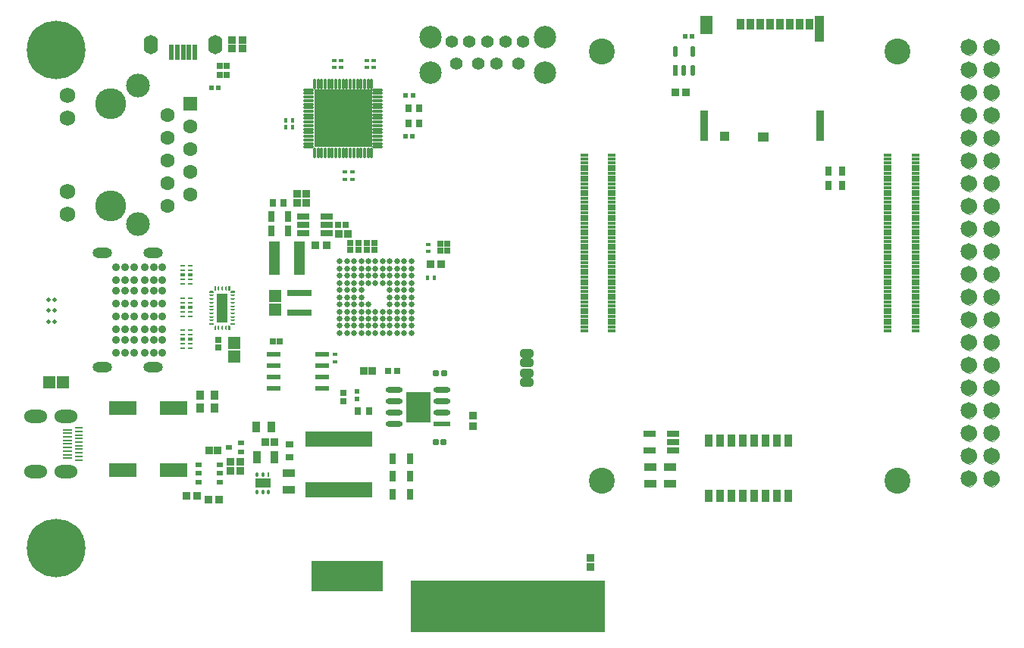
<source format=gts>
G04*
G04 #@! TF.GenerationSoftware,Altium Limited,Altium Designer,21.6.4 (81)*
G04*
G04 Layer_Color=8388736*
%FSLAX44Y44*%
%MOMM*%
G71*
G04*
G04 #@! TF.SameCoordinates,3EDC82D6-234A-4603-B505-91B76C251D76*
G04*
G04*
G04 #@! TF.FilePolarity,Negative*
G04*
G01*
G75*
%ADD29R,1.5500X0.6000*%
%ADD30R,1.4562X1.3781*%
G04:AMPARAMS|DCode=31|XSize=1.9296mm|YSize=0.6121mm|CornerRadius=0.3061mm|HoleSize=0mm|Usage=FLASHONLY|Rotation=180.000|XOffset=0mm|YOffset=0mm|HoleType=Round|Shape=RoundedRectangle|*
%AMROUNDEDRECTD31*
21,1,1.9296,0.0000,0,0,180.0*
21,1,1.3175,0.6121,0,0,180.0*
1,1,0.6121,-0.6588,0.0000*
1,1,0.6121,0.6588,0.0000*
1,1,0.6121,0.6588,0.0000*
1,1,0.6121,-0.6588,0.0000*
%
%ADD31ROUNDEDRECTD31*%
%ADD32R,1.9296X0.6121*%
%ADD35R,0.5000X0.4000*%
%ADD36R,0.7500X1.0000*%
%ADD37R,0.9000X0.8000*%
%ADD40R,1.4000X0.9500*%
%ADD43R,0.9582X1.0061*%
%ADD44R,1.3781X1.4562*%
%ADD45C,0.1800*%
G04:AMPARAMS|DCode=46|XSize=0.2mm|YSize=0.5mm|CornerRadius=0.05mm|HoleSize=0mm|Usage=FLASHONLY|Rotation=180.000|XOffset=0mm|YOffset=0mm|HoleType=Round|Shape=RoundedRectangle|*
%AMROUNDEDRECTD46*
21,1,0.2000,0.4000,0,0,180.0*
21,1,0.1000,0.5000,0,0,180.0*
1,1,0.1000,-0.0500,0.2000*
1,1,0.1000,0.0500,0.2000*
1,1,0.1000,0.0500,-0.2000*
1,1,0.1000,-0.0500,-0.2000*
%
%ADD46ROUNDEDRECTD46*%
G04:AMPARAMS|DCode=47|XSize=0.5mm|YSize=0.2mm|CornerRadius=0.05mm|HoleSize=0mm|Usage=FLASHONLY|Rotation=180.000|XOffset=0mm|YOffset=0mm|HoleType=Round|Shape=RoundedRectangle|*
%AMROUNDEDRECTD47*
21,1,0.5000,0.1000,0,0,180.0*
21,1,0.4000,0.2000,0,0,180.0*
1,1,0.1000,-0.2000,0.0500*
1,1,0.1000,0.2000,0.0500*
1,1,0.1000,0.2000,-0.0500*
1,1,0.1000,-0.2000,-0.0500*
%
%ADD47ROUNDEDRECTD47*%
G04:AMPARAMS|DCode=48|XSize=0.565mm|YSize=0.2mm|CornerRadius=0.05mm|HoleSize=0mm|Usage=FLASHONLY|Rotation=0.000|XOffset=0mm|YOffset=0mm|HoleType=Round|Shape=RoundedRectangle|*
%AMROUNDEDRECTD48*
21,1,0.5650,0.1000,0,0,0.0*
21,1,0.4650,0.2000,0,0,0.0*
1,1,0.1000,0.2325,-0.0500*
1,1,0.1000,-0.2325,-0.0500*
1,1,0.1000,-0.2325,0.0500*
1,1,0.1000,0.2325,0.0500*
%
%ADD48ROUNDEDRECTD48*%
%ADD49R,1.0000X0.2300*%
%ADD50R,0.8500X0.2300*%
%ADD60R,0.8000X0.5500*%
G04:AMPARAMS|DCode=61|XSize=1.2196mm|YSize=0.5885mm|CornerRadius=0.2942mm|HoleSize=0mm|Usage=FLASHONLY|Rotation=90.000|XOffset=0mm|YOffset=0mm|HoleType=Round|Shape=RoundedRectangle|*
%AMROUNDEDRECTD61*
21,1,1.2196,0.0000,0,0,90.0*
21,1,0.6311,0.5885,0,0,90.0*
1,1,0.5885,0.0000,0.3156*
1,1,0.5885,0.0000,-0.3156*
1,1,0.5885,0.0000,-0.3156*
1,1,0.5885,0.0000,0.3156*
%
%ADD61ROUNDEDRECTD61*%
%ADD62R,0.5885X1.2196*%
%ADD63R,0.5153X0.4725*%
%ADD64R,0.9051X0.9062*%
%ADD66R,2.7000X0.8000*%
%ADD68R,0.4000X0.5000*%
%ADD69R,0.9500X1.4500*%
%ADD72R,0.2925X0.5561*%
G04:AMPARAMS|DCode=74|XSize=0.5561mm|YSize=0.2925mm|CornerRadius=0.1462mm|HoleSize=0mm|Usage=FLASHONLY|Rotation=270.000|XOffset=0mm|YOffset=0mm|HoleType=Round|Shape=RoundedRectangle|*
%AMROUNDEDRECTD74*
21,1,0.5561,0.0000,0,0,270.0*
21,1,0.2636,0.2925,0,0,270.0*
1,1,0.2925,0.0000,-0.1318*
1,1,0.2925,0.0000,0.1318*
1,1,0.2925,0.0000,0.1318*
1,1,0.2925,0.0000,-0.1318*
%
%ADD74ROUNDEDRECTD74*%
%ADD75R,7.5000X1.8000*%
%ADD76R,0.7000X1.3000*%
%ADD77R,0.9062X0.9051*%
%ADD79R,0.8000X0.9000*%
%ADD80R,0.5200X0.5200*%
%ADD82R,0.6682X0.6725*%
%ADD84R,0.7581X0.8121*%
%ADD85R,0.7121X0.7811*%
%ADD86R,0.8065X1.3082*%
%ADD87R,0.4725X0.4682*%
%ADD88R,0.7500X0.9000*%
%ADD89R,1.2000X3.7000*%
%ADD90C,0.0000*%
%ADD91R,8.0000X3.4500*%
%ADD92R,21.7000X5.8500*%
%ADD93R,0.9144X4.3942*%
%ADD94R,0.9144X3.5032*%
%ADD95O,0.4032X1.1532*%
%ADD96O,1.1532X0.4032*%
%ADD97R,6.4032X6.4032*%
%ADD98R,2.7100X3.3500*%
%ADD99R,0.8532X0.9032*%
%ADD100R,0.9632X1.4532*%
%ADD101R,0.7132X0.6032*%
%ADD102R,1.3532X0.8032*%
%ADD103R,0.7532X0.7532*%
%ADD104R,3.0532X1.6032*%
G04:AMPARAMS|DCode=105|XSize=1.2mm|YSize=3.2mm|CornerRadius=0.048mm|HoleSize=0mm|Usage=FLASHONLY|Rotation=180.000|XOffset=0mm|YOffset=0mm|HoleType=Round|Shape=RoundedRectangle|*
%AMROUNDEDRECTD105*
21,1,1.2000,3.1040,0,0,180.0*
21,1,1.1040,3.2000,0,0,180.0*
1,1,0.0960,-0.5520,1.5520*
1,1,0.0960,0.5520,1.5520*
1,1,0.0960,0.5520,-1.5520*
1,1,0.0960,-0.5520,-1.5520*
%
%ADD105ROUNDEDRECTD105*%
G04:AMPARAMS|DCode=106|XSize=0.565mm|YSize=0.4mm|CornerRadius=0.05mm|HoleSize=0mm|Usage=FLASHONLY|Rotation=0.000|XOffset=0mm|YOffset=0mm|HoleType=Round|Shape=RoundedRectangle|*
%AMROUNDEDRECTD106*
21,1,0.5650,0.3000,0,0,0.0*
21,1,0.4650,0.4000,0,0,0.0*
1,1,0.1000,0.2325,-0.1500*
1,1,0.1000,-0.2325,-0.1500*
1,1,0.1000,-0.2325,0.1500*
1,1,0.1000,0.2325,0.1500*
%
%ADD106ROUNDEDRECTD106*%
%ADD107R,0.9032X0.8532*%
%ADD108R,0.9032X0.4032*%
G04:AMPARAMS|DCode=109|XSize=0.9652mm|YSize=1.4732mm|CornerRadius=0.2921mm|HoleSize=0mm|Usage=FLASHONLY|Rotation=90.000|XOffset=0mm|YOffset=0mm|HoleType=Round|Shape=RoundedRectangle|*
%AMROUNDEDRECTD109*
21,1,0.9652,0.8890,0,0,90.0*
21,1,0.3810,1.4732,0,0,90.0*
1,1,0.5842,0.4445,0.1905*
1,1,0.5842,0.4445,-0.1905*
1,1,0.5842,-0.4445,-0.1905*
1,1,0.5842,-0.4445,0.1905*
%
%ADD109ROUNDEDRECTD109*%
%ADD110R,1.1032X1.1332*%
%ADD111R,1.2532X0.9832*%
%ADD112R,1.3432X2.0332*%
%ADD113R,0.9032X3.5032*%
%ADD114R,1.0632X3.0032*%
%ADD115R,0.9032X1.3032*%
%ADD116C,0.6532*%
%ADD117R,0.6532X0.6532*%
%ADD118R,0.6532X0.6532*%
%ADD119R,0.9232X0.9232*%
%ADD120R,0.8532X0.8532*%
%ADD121R,0.6032X1.7032*%
G04:AMPARAMS|DCode=122|XSize=0.7532mm|YSize=0.7032mm|CornerRadius=0.1641mm|HoleSize=0mm|Usage=FLASHONLY|Rotation=270.000|XOffset=0mm|YOffset=0mm|HoleType=Round|Shape=RoundedRectangle|*
%AMROUNDEDRECTD122*
21,1,0.7532,0.3750,0,0,270.0*
21,1,0.4250,0.7032,0,0,270.0*
1,1,0.3282,-0.1875,-0.2125*
1,1,0.3282,-0.1875,0.2125*
1,1,0.3282,0.1875,0.2125*
1,1,0.3282,0.1875,-0.2125*
%
%ADD122ROUNDEDRECTD122*%
%ADD123R,0.8032X0.7532*%
%ADD124R,1.7000X1.1000*%
%ADD125O,2.2032X1.1176*%
%ADD126C,1.4112*%
%ADD127C,2.5032*%
%ADD128C,6.5532*%
G04:AMPARAMS|DCode=129|XSize=1.5mm|YSize=2.55mm|CornerRadius=0.75mm|HoleSize=0mm|Usage=FLASHONLY|Rotation=270.000|XOffset=0mm|YOffset=0mm|HoleType=Round|Shape=RoundedRectangle|*
%AMROUNDEDRECTD129*
21,1,1.5000,1.0500,0,0,270.0*
21,1,0.0000,2.5500,0,0,270.0*
1,1,1.5000,-0.5250,0.0000*
1,1,1.5000,-0.5250,0.0000*
1,1,1.5000,0.5250,0.0000*
1,1,1.5000,0.5250,0.0000*
%
%ADD129ROUNDEDRECTD129*%
%ADD130C,0.9032*%
%ADD131C,1.8232*%
%ADD132C,1.7332*%
%ADD133C,1.6012*%
%ADD134O,1.6032X2.1532*%
%ADD135R,1.6012X1.6012*%
%ADD136C,2.6482*%
%ADD137C,3.4532*%
%ADD138C,2.9032*%
%ADD139C,0.5000*%
G36*
X226250Y297500D02*
X226349D01*
X226533Y297424D01*
X226674Y297283D01*
X226750Y297099D01*
Y297000D01*
X226750D01*
Y293000D01*
X226750Y292901D01*
X226674Y292717D01*
X226533Y292576D01*
X226349Y292500D01*
X226250D01*
X225250Y292500D01*
X225151Y292500D01*
X224967Y292576D01*
X224826Y292717D01*
X224750Y292901D01*
X224750Y293000D01*
Y296600D01*
X225650Y297500D01*
X226250Y297500D01*
D02*
G37*
G36*
X223750Y300000D02*
X223849D01*
X224033Y299924D01*
X224174Y299783D01*
X224250Y299599D01*
Y299500D01*
X224250Y298900D01*
X223350Y298000D01*
X219750D01*
Y298000D01*
X219650Y298000D01*
X219467Y298076D01*
X219326Y298217D01*
X219250Y298400D01*
X219250Y298500D01*
X219250Y299500D01*
Y299599D01*
X219326Y299783D01*
X219467Y299924D01*
X219651Y300000D01*
X219750Y300000D01*
X223750Y300000D01*
Y300000D01*
D02*
G37*
G36*
X242750Y296600D02*
Y293000D01*
X242750D01*
X242750Y292901D01*
X242674Y292717D01*
X242533Y292576D01*
X242349Y292500D01*
X242250Y292500D01*
X241250Y292500D01*
X241250Y292500D01*
X241151D01*
X240967Y292576D01*
X240826Y292717D01*
X240750Y292901D01*
X240750Y293000D01*
X240750Y297000D01*
Y297099D01*
X240826Y297283D01*
X240967Y297424D01*
X241150Y297500D01*
X241250D01*
X241850Y297500D01*
X242750Y296600D01*
D02*
G37*
G36*
X247750Y300000D02*
X247849Y300000D01*
X248033Y299924D01*
X248174Y299783D01*
X248250Y299599D01*
Y299500D01*
X248250D01*
X248250Y298500D01*
X248250Y298400D01*
X248174Y298217D01*
X248033Y298076D01*
X247849Y298000D01*
X247750Y298000D01*
X247750Y298000D01*
X244150D01*
X243250Y298900D01*
Y299500D01*
Y299599D01*
X243326Y299783D01*
X243467Y299924D01*
X243650Y300000D01*
X243750D01*
X243750Y300000D01*
X247750Y300000D01*
D02*
G37*
G36*
X219750Y336000D02*
X223350D01*
X224250Y335100D01*
X224250Y334500D01*
Y334401D01*
X224174Y334217D01*
X224033Y334076D01*
X223849Y334000D01*
X223750D01*
Y334000D01*
X219750D01*
X219651Y334000D01*
X219467Y334076D01*
X219326Y334217D01*
X219250Y334401D01*
Y334500D01*
Y334500D01*
X219250Y335500D01*
X219250Y335600D01*
X219326Y335783D01*
X219467Y335924D01*
X219650Y336000D01*
X219750Y336000D01*
D02*
G37*
G36*
X225250Y341500D02*
X226250Y341500D01*
Y341500D01*
X226349D01*
X226533Y341424D01*
X226674Y341283D01*
X226750Y341099D01*
X226750Y341000D01*
Y337000D01*
X226750Y337000D01*
Y336900D01*
X226674Y336717D01*
X226533Y336576D01*
X226349Y336500D01*
X225650D01*
X224750Y337400D01*
Y341000D01*
X224750Y341099D01*
X224826Y341283D01*
X224967Y341424D01*
X225151Y341500D01*
X225250Y341500D01*
D02*
G37*
G36*
X242533Y341424D02*
X242674Y341283D01*
X242750Y341099D01*
X242750Y341000D01*
X242750Y341000D01*
Y337400D01*
X241850Y336500D01*
X241150D01*
X240967Y336576D01*
X240826Y336717D01*
X240750Y336900D01*
Y337000D01*
Y337000D01*
X240750Y341000D01*
X240750Y341099D01*
X240826Y341283D01*
X240967Y341424D01*
X241151Y341500D01*
X241250D01*
X241250Y341500D01*
X242250Y341500D01*
X242349Y341500D01*
X242533Y341424D01*
D02*
G37*
G36*
X248033Y335924D02*
X248174Y335783D01*
X248250Y335600D01*
X248250Y335500D01*
X248250Y334500D01*
X248250Y334500D01*
Y334401D01*
X248174Y334217D01*
X248033Y334076D01*
X247849Y334000D01*
X247750Y334000D01*
X243750D01*
X243750Y334000D01*
X243650D01*
X243467Y334076D01*
X243326Y334217D01*
X243250Y334401D01*
Y334500D01*
Y335100D01*
X244150Y336000D01*
X247750D01*
X247849Y336000D01*
X248033Y335924D01*
D02*
G37*
G54D29*
X345000Y265400D02*
D03*
X291000Y252700D02*
D03*
Y265400D02*
D03*
Y240000D02*
D03*
Y227300D02*
D03*
X345000Y240000D02*
D03*
Y227300D02*
D03*
Y252700D02*
D03*
G54D30*
X246750Y277891D02*
D03*
Y262609D02*
D03*
X293250Y314859D02*
D03*
Y330141D02*
D03*
G54D31*
X426175Y225100D02*
D03*
Y212400D02*
D03*
Y187000D02*
D03*
X479000Y225100D02*
D03*
X426175Y199700D02*
D03*
X479000Y212400D02*
D03*
Y199700D02*
D03*
G54D32*
Y187000D02*
D03*
G54D35*
X358885Y594000D02*
D03*
Y586000D02*
D03*
X366614Y594000D02*
D03*
Y586000D02*
D03*
X402500Y586000D02*
D03*
Y594000D02*
D03*
X395000Y586000D02*
D03*
Y594000D02*
D03*
X464000Y380000D02*
D03*
X360000Y265000D02*
D03*
X464000Y388000D02*
D03*
X360000Y257000D02*
D03*
X379000Y461250D02*
D03*
Y469250D02*
D03*
X370750Y461250D02*
D03*
Y469250D02*
D03*
G54D36*
X926250Y470250D02*
D03*
X911250D02*
D03*
X926250Y454250D02*
D03*
X911250D02*
D03*
G54D37*
X308750Y149750D02*
D03*
Y164750D02*
D03*
G54D40*
X712000Y120750D02*
D03*
Y139250D02*
D03*
X734000Y120750D02*
D03*
Y139250D02*
D03*
X308000Y113750D02*
D03*
Y132250D02*
D03*
G54D43*
X225000Y219261D02*
D03*
Y204739D02*
D03*
X209000Y219261D02*
D03*
Y204739D02*
D03*
G54D44*
X56031Y233500D02*
D03*
X40750D02*
D03*
G54D45*
X221750Y335000D02*
D03*
Y299000D02*
D03*
X245750Y335000D02*
D03*
Y299000D02*
D03*
X225750Y339000D02*
D03*
X241750D02*
D03*
X225750Y295000D02*
D03*
X241750D02*
D03*
G54D46*
X237750D02*
D03*
X233750D02*
D03*
X229750D02*
D03*
Y339000D02*
D03*
X233750D02*
D03*
X237750D02*
D03*
G54D47*
X221750Y303000D02*
D03*
Y307000D02*
D03*
Y311000D02*
D03*
Y315000D02*
D03*
Y319000D02*
D03*
Y323000D02*
D03*
Y327000D02*
D03*
Y331000D02*
D03*
X245750D02*
D03*
Y327000D02*
D03*
Y323000D02*
D03*
Y319000D02*
D03*
Y315000D02*
D03*
Y311000D02*
D03*
Y307000D02*
D03*
Y303000D02*
D03*
G54D48*
X189825Y323000D02*
D03*
X198175D02*
D03*
X189825Y328000D02*
D03*
X198175D02*
D03*
X189825Y308000D02*
D03*
X198175D02*
D03*
X189825Y313000D02*
D03*
X198175D02*
D03*
X189825Y344000D02*
D03*
X198175D02*
D03*
Y349000D02*
D03*
X189825D02*
D03*
X198175Y292000D02*
D03*
X189825D02*
D03*
X198175Y287000D02*
D03*
X189825D02*
D03*
Y364000D02*
D03*
X198175D02*
D03*
Y359000D02*
D03*
X189825D02*
D03*
X198175Y272000D02*
D03*
X189825D02*
D03*
X198175Y277000D02*
D03*
X189825D02*
D03*
G54D49*
X61000Y181000D02*
D03*
Y177000D02*
D03*
Y173000D02*
D03*
Y169000D02*
D03*
Y165000D02*
D03*
Y161000D02*
D03*
Y157000D02*
D03*
Y153000D02*
D03*
Y149000D02*
D03*
G54D50*
X73250Y183000D02*
D03*
Y179000D02*
D03*
Y175000D02*
D03*
Y171000D02*
D03*
Y167000D02*
D03*
Y163000D02*
D03*
Y159000D02*
D03*
Y155000D02*
D03*
Y151000D02*
D03*
Y147000D02*
D03*
G54D60*
X231000Y122500D02*
D03*
Y132000D02*
D03*
Y141500D02*
D03*
X207000D02*
D03*
Y132000D02*
D03*
Y122500D02*
D03*
G54D61*
X740210Y603865D02*
D03*
X759000D02*
D03*
Y583000D02*
D03*
X749605D02*
D03*
G54D62*
X740210D02*
D03*
G54D63*
X751214Y621000D02*
D03*
X758786D02*
D03*
G54D64*
X739994Y558000D02*
D03*
X752006D02*
D03*
X465994Y366000D02*
D03*
X337989Y387500D02*
D03*
X230006Y103000D02*
D03*
X206006Y107000D02*
D03*
X478006Y366000D02*
D03*
X350000Y387500D02*
D03*
X193994Y107000D02*
D03*
X217994Y103000D02*
D03*
G54D66*
X320250Y311500D02*
D03*
Y333500D02*
D03*
G54D68*
X463000Y351000D02*
D03*
X471000D02*
D03*
X312500Y519000D02*
D03*
Y527000D02*
D03*
X304500Y519000D02*
D03*
Y527000D02*
D03*
G54D69*
X291750Y150000D02*
D03*
X272250D02*
D03*
G54D72*
X285500Y131000D02*
D03*
G54D74*
Y111439D02*
D03*
X272500D02*
D03*
Y131000D02*
D03*
X279000Y111439D02*
D03*
Y131000D02*
D03*
G54D75*
X364000Y114000D02*
D03*
Y170000D02*
D03*
G54D76*
X424246Y108769D02*
D03*
Y148769D02*
D03*
Y128769D02*
D03*
X443246Y148769D02*
D03*
Y108769D02*
D03*
Y128769D02*
D03*
X307500Y403000D02*
D03*
Y419000D02*
D03*
X288500Y403000D02*
D03*
Y419000D02*
D03*
G54D77*
X514000Y196512D02*
D03*
Y184500D02*
D03*
G54D79*
X441514Y523776D02*
D03*
X454014Y540276D02*
D03*
X441514D02*
D03*
X454014Y523776D02*
D03*
G54D80*
X446764Y554776D02*
D03*
X446264Y509026D02*
D03*
X229750Y563000D02*
D03*
X221750D02*
D03*
X438764Y554776D02*
D03*
X438264Y509026D02*
D03*
G54D82*
X429022Y247000D02*
D03*
X418979D02*
D03*
G54D84*
X397770Y202000D02*
D03*
X385230D02*
D03*
G54D85*
X369000Y212345D02*
D03*
Y221655D02*
D03*
G54D86*
X288509Y184000D02*
D03*
X271491D02*
D03*
G54D87*
X384000Y223521D02*
D03*
Y215479D02*
D03*
G54D88*
X290000Y435000D02*
D03*
X302000D02*
D03*
G54D89*
X292000Y373000D02*
D03*
X320000D02*
D03*
G54D90*
X1076211Y608600D02*
X1075828Y611138D01*
X1074714Y613451D01*
X1072969Y615332D01*
X1070746Y616615D01*
X1068243Y617187D01*
X1065684Y616995D01*
X1063295Y616057D01*
X1061288Y614457D01*
X1059842Y612336D01*
X1059086Y609883D01*
Y607317D01*
X1059842Y604864D01*
X1061288Y602743D01*
X1063295Y601143D01*
X1065684Y600205D01*
X1068243Y600014D01*
X1070746Y600585D01*
X1072969Y601868D01*
X1074714Y603750D01*
X1075828Y606062D01*
X1076211Y608600D01*
X1101611D02*
X1101228Y611138D01*
X1100114Y613451D01*
X1098369Y615332D01*
X1096146Y616615D01*
X1093643Y617187D01*
X1091084Y616995D01*
X1088695Y616057D01*
X1086688Y614457D01*
X1085242Y612336D01*
X1084486Y609883D01*
Y607317D01*
X1085242Y604864D01*
X1086688Y602743D01*
X1088695Y601143D01*
X1091084Y600205D01*
X1093643Y600014D01*
X1096146Y600585D01*
X1098369Y601868D01*
X1100114Y603750D01*
X1101228Y606062D01*
X1101611Y608600D01*
X1076211Y583200D02*
X1075828Y585738D01*
X1074714Y588050D01*
X1072969Y589932D01*
X1070746Y591215D01*
X1068243Y591786D01*
X1065684Y591595D01*
X1063295Y590657D01*
X1061288Y589057D01*
X1059842Y586936D01*
X1059086Y584483D01*
Y581917D01*
X1059842Y579464D01*
X1061288Y577343D01*
X1063295Y575743D01*
X1065684Y574805D01*
X1068243Y574613D01*
X1070746Y575185D01*
X1072969Y576468D01*
X1074714Y578349D01*
X1075828Y580662D01*
X1076211Y583200D01*
X1101611D02*
X1101228Y585738D01*
X1100114Y588050D01*
X1098369Y589932D01*
X1096146Y591215D01*
X1093643Y591786D01*
X1091084Y591595D01*
X1088695Y590657D01*
X1086688Y589057D01*
X1085242Y586936D01*
X1084486Y584483D01*
Y581917D01*
X1085242Y579464D01*
X1086688Y577343D01*
X1088695Y575743D01*
X1091084Y574805D01*
X1093643Y574613D01*
X1096146Y575185D01*
X1098369Y576468D01*
X1100114Y578349D01*
X1101228Y580662D01*
X1101611Y583200D01*
X1076211Y557800D02*
X1075828Y560338D01*
X1074714Y562650D01*
X1072969Y564532D01*
X1070746Y565815D01*
X1068243Y566386D01*
X1065684Y566195D01*
X1063295Y565257D01*
X1061288Y563657D01*
X1059842Y561536D01*
X1059086Y559083D01*
Y556517D01*
X1059842Y554064D01*
X1061288Y551943D01*
X1063295Y550343D01*
X1065684Y549405D01*
X1068243Y549213D01*
X1070746Y549785D01*
X1072969Y551068D01*
X1074714Y552949D01*
X1075828Y555262D01*
X1076211Y557800D01*
X1101611D02*
X1101228Y560338D01*
X1100114Y562650D01*
X1098369Y564532D01*
X1096146Y565815D01*
X1093643Y566386D01*
X1091084Y566195D01*
X1088695Y565257D01*
X1086688Y563657D01*
X1085242Y561536D01*
X1084486Y559083D01*
Y556517D01*
X1085242Y554064D01*
X1086688Y551943D01*
X1088695Y550343D01*
X1091084Y549405D01*
X1093643Y549213D01*
X1096146Y549785D01*
X1098369Y551068D01*
X1100114Y552949D01*
X1101228Y555262D01*
X1101611Y557800D01*
X1076211Y532400D02*
X1075828Y534938D01*
X1074714Y537251D01*
X1072969Y539132D01*
X1070746Y540415D01*
X1068243Y540987D01*
X1065684Y540795D01*
X1063295Y539857D01*
X1061288Y538257D01*
X1059842Y536136D01*
X1059086Y533683D01*
Y531117D01*
X1059842Y528664D01*
X1061288Y526543D01*
X1063295Y524943D01*
X1065684Y524005D01*
X1068243Y523814D01*
X1070746Y524385D01*
X1072969Y525668D01*
X1074714Y527550D01*
X1075828Y529862D01*
X1076211Y532400D01*
X1101611D02*
X1101228Y534938D01*
X1100114Y537251D01*
X1098369Y539132D01*
X1096146Y540415D01*
X1093643Y540987D01*
X1091084Y540795D01*
X1088695Y539857D01*
X1086688Y538257D01*
X1085242Y536136D01*
X1084486Y533683D01*
Y531117D01*
X1085242Y528664D01*
X1086688Y526543D01*
X1088695Y524943D01*
X1091084Y524005D01*
X1093643Y523814D01*
X1096146Y524385D01*
X1098369Y525668D01*
X1100114Y527550D01*
X1101228Y529862D01*
X1101611Y532400D01*
X1076211Y507000D02*
X1075828Y509538D01*
X1074714Y511851D01*
X1072969Y513732D01*
X1070746Y515015D01*
X1068243Y515587D01*
X1065684Y515395D01*
X1063295Y514457D01*
X1061288Y512857D01*
X1059842Y510736D01*
X1059086Y508283D01*
Y505717D01*
X1059842Y503264D01*
X1061288Y501143D01*
X1063295Y499543D01*
X1065684Y498605D01*
X1068243Y498414D01*
X1070746Y498985D01*
X1072969Y500268D01*
X1074714Y502150D01*
X1075828Y504462D01*
X1076211Y507000D01*
X1101611D02*
X1101228Y509538D01*
X1100114Y511851D01*
X1098369Y513732D01*
X1096146Y515015D01*
X1093643Y515587D01*
X1091084Y515395D01*
X1088695Y514457D01*
X1086688Y512857D01*
X1085242Y510736D01*
X1084486Y508283D01*
Y505717D01*
X1085242Y503264D01*
X1086688Y501143D01*
X1088695Y499543D01*
X1091084Y498605D01*
X1093643Y498414D01*
X1096146Y498985D01*
X1098369Y500268D01*
X1100114Y502150D01*
X1101228Y504462D01*
X1101611Y507000D01*
X1076211Y481600D02*
X1075828Y484138D01*
X1074714Y486451D01*
X1072969Y488332D01*
X1070746Y489615D01*
X1068243Y490187D01*
X1065684Y489995D01*
X1063295Y489057D01*
X1061288Y487457D01*
X1059842Y485336D01*
X1059086Y482883D01*
Y480317D01*
X1059842Y477864D01*
X1061288Y475743D01*
X1063295Y474143D01*
X1065684Y473205D01*
X1068243Y473013D01*
X1070746Y473585D01*
X1072969Y474868D01*
X1074714Y476749D01*
X1075828Y479062D01*
X1076211Y481600D01*
X1101611D02*
X1101228Y484138D01*
X1100114Y486451D01*
X1098369Y488332D01*
X1096146Y489615D01*
X1093643Y490187D01*
X1091084Y489995D01*
X1088695Y489057D01*
X1086688Y487457D01*
X1085242Y485336D01*
X1084486Y482883D01*
Y480317D01*
X1085242Y477864D01*
X1086688Y475743D01*
X1088695Y474143D01*
X1091084Y473205D01*
X1093643Y473013D01*
X1096146Y473585D01*
X1098369Y474868D01*
X1100114Y476749D01*
X1101228Y479062D01*
X1101611Y481600D01*
X1076211Y456200D02*
X1075828Y458738D01*
X1074714Y461050D01*
X1072969Y462932D01*
X1070746Y464215D01*
X1068243Y464786D01*
X1065684Y464595D01*
X1063295Y463657D01*
X1061288Y462057D01*
X1059842Y459936D01*
X1059086Y457483D01*
Y454917D01*
X1059842Y452464D01*
X1061288Y450343D01*
X1063295Y448743D01*
X1065684Y447805D01*
X1068243Y447613D01*
X1070746Y448185D01*
X1072969Y449468D01*
X1074714Y451349D01*
X1075828Y453662D01*
X1076211Y456200D01*
X1101611D02*
X1101228Y458738D01*
X1100114Y461050D01*
X1098369Y462932D01*
X1096146Y464215D01*
X1093643Y464786D01*
X1091084Y464595D01*
X1088695Y463657D01*
X1086688Y462057D01*
X1085242Y459936D01*
X1084486Y457483D01*
Y454917D01*
X1085242Y452464D01*
X1086688Y450343D01*
X1088695Y448743D01*
X1091084Y447805D01*
X1093643Y447613D01*
X1096146Y448185D01*
X1098369Y449468D01*
X1100114Y451349D01*
X1101228Y453662D01*
X1101611Y456200D01*
X1076211Y430800D02*
X1075828Y433338D01*
X1074714Y435650D01*
X1072969Y437532D01*
X1070746Y438815D01*
X1068243Y439386D01*
X1065684Y439195D01*
X1063295Y438257D01*
X1061288Y436657D01*
X1059842Y434536D01*
X1059086Y432083D01*
Y429517D01*
X1059842Y427064D01*
X1061288Y424943D01*
X1063295Y423343D01*
X1065684Y422405D01*
X1068243Y422214D01*
X1070746Y422785D01*
X1072969Y424068D01*
X1074714Y425950D01*
X1075828Y428262D01*
X1076211Y430800D01*
X1101611D02*
X1101228Y433338D01*
X1100114Y435650D01*
X1098369Y437532D01*
X1096146Y438815D01*
X1093643Y439386D01*
X1091084Y439195D01*
X1088695Y438257D01*
X1086688Y436657D01*
X1085242Y434536D01*
X1084486Y432083D01*
Y429517D01*
X1085242Y427064D01*
X1086688Y424943D01*
X1088695Y423343D01*
X1091084Y422405D01*
X1093643Y422214D01*
X1096146Y422785D01*
X1098369Y424068D01*
X1100114Y425950D01*
X1101228Y428262D01*
X1101611Y430800D01*
X1076211Y405400D02*
X1075828Y407938D01*
X1074714Y410251D01*
X1072969Y412132D01*
X1070746Y413415D01*
X1068243Y413987D01*
X1065684Y413795D01*
X1063295Y412857D01*
X1061288Y411257D01*
X1059842Y409136D01*
X1059086Y406683D01*
Y404117D01*
X1059842Y401664D01*
X1061288Y399543D01*
X1063295Y397943D01*
X1065684Y397005D01*
X1068243Y396814D01*
X1070746Y397385D01*
X1072969Y398668D01*
X1074714Y400550D01*
X1075828Y402862D01*
X1076211Y405400D01*
X1101611D02*
X1101228Y407938D01*
X1100114Y410251D01*
X1098369Y412132D01*
X1096146Y413415D01*
X1093643Y413987D01*
X1091084Y413795D01*
X1088695Y412857D01*
X1086688Y411257D01*
X1085242Y409136D01*
X1084486Y406683D01*
Y404117D01*
X1085242Y401664D01*
X1086688Y399543D01*
X1088695Y397943D01*
X1091084Y397005D01*
X1093643Y396814D01*
X1096146Y397385D01*
X1098369Y398668D01*
X1100114Y400550D01*
X1101228Y402862D01*
X1101611Y405400D01*
X1076211Y380000D02*
X1075828Y382538D01*
X1074714Y384851D01*
X1072969Y386732D01*
X1070746Y388015D01*
X1068243Y388587D01*
X1065684Y388395D01*
X1063295Y387457D01*
X1061288Y385857D01*
X1059842Y383736D01*
X1059086Y381283D01*
Y378717D01*
X1059842Y376264D01*
X1061288Y374143D01*
X1063295Y372543D01*
X1065684Y371605D01*
X1068243Y371413D01*
X1070746Y371985D01*
X1072969Y373268D01*
X1074714Y375149D01*
X1075828Y377462D01*
X1076211Y380000D01*
X1101611D02*
X1101228Y382538D01*
X1100114Y384851D01*
X1098369Y386732D01*
X1096146Y388015D01*
X1093643Y388587D01*
X1091084Y388395D01*
X1088695Y387457D01*
X1086688Y385857D01*
X1085242Y383736D01*
X1084486Y381283D01*
Y378717D01*
X1085242Y376264D01*
X1086688Y374143D01*
X1088695Y372543D01*
X1091084Y371605D01*
X1093643Y371413D01*
X1096146Y371985D01*
X1098369Y373268D01*
X1100114Y375149D01*
X1101228Y377462D01*
X1101611Y380000D01*
X1076211Y354600D02*
X1075828Y357138D01*
X1074714Y359450D01*
X1072969Y361332D01*
X1070746Y362615D01*
X1068243Y363186D01*
X1065684Y362995D01*
X1063295Y362057D01*
X1061288Y360457D01*
X1059842Y358336D01*
X1059086Y355883D01*
Y353317D01*
X1059842Y350864D01*
X1061288Y348743D01*
X1063295Y347143D01*
X1065684Y346205D01*
X1068243Y346013D01*
X1070746Y346585D01*
X1072969Y347868D01*
X1074714Y349749D01*
X1075828Y352062D01*
X1076211Y354600D01*
X1101611D02*
X1101228Y357138D01*
X1100114Y359450D01*
X1098369Y361332D01*
X1096146Y362615D01*
X1093643Y363186D01*
X1091084Y362995D01*
X1088695Y362057D01*
X1086688Y360457D01*
X1085242Y358336D01*
X1084486Y355883D01*
Y353317D01*
X1085242Y350864D01*
X1086688Y348743D01*
X1088695Y347143D01*
X1091084Y346205D01*
X1093643Y346013D01*
X1096146Y346585D01*
X1098369Y347868D01*
X1100114Y349749D01*
X1101228Y352062D01*
X1101611Y354600D01*
X1076211Y329200D02*
X1075828Y331738D01*
X1074714Y334050D01*
X1072969Y335932D01*
X1070746Y337215D01*
X1068243Y337786D01*
X1065684Y337595D01*
X1063295Y336657D01*
X1061288Y335057D01*
X1059842Y332936D01*
X1059086Y330483D01*
Y327917D01*
X1059842Y325464D01*
X1061288Y323343D01*
X1063295Y321743D01*
X1065684Y320805D01*
X1068243Y320614D01*
X1070746Y321185D01*
X1072969Y322468D01*
X1074714Y324350D01*
X1075828Y326662D01*
X1076211Y329200D01*
X1101611D02*
X1101228Y331738D01*
X1100114Y334050D01*
X1098369Y335932D01*
X1096146Y337215D01*
X1093643Y337786D01*
X1091084Y337595D01*
X1088695Y336657D01*
X1086688Y335057D01*
X1085242Y332936D01*
X1084486Y330483D01*
Y327917D01*
X1085242Y325464D01*
X1086688Y323343D01*
X1088695Y321743D01*
X1091084Y320805D01*
X1093643Y320614D01*
X1096146Y321185D01*
X1098369Y322468D01*
X1100114Y324350D01*
X1101228Y326662D01*
X1101611Y329200D01*
X1076211Y303800D02*
X1075828Y306338D01*
X1074714Y308650D01*
X1072969Y310532D01*
X1070746Y311815D01*
X1068243Y312386D01*
X1065684Y312195D01*
X1063295Y311257D01*
X1061288Y309657D01*
X1059842Y307536D01*
X1059086Y305083D01*
Y302517D01*
X1059842Y300064D01*
X1061288Y297943D01*
X1063295Y296343D01*
X1065684Y295405D01*
X1068243Y295214D01*
X1070746Y295785D01*
X1072969Y297068D01*
X1074714Y298950D01*
X1075828Y301262D01*
X1076211Y303800D01*
X1101611D02*
X1101228Y306338D01*
X1100114Y308650D01*
X1098369Y310532D01*
X1096146Y311815D01*
X1093643Y312386D01*
X1091084Y312195D01*
X1088695Y311257D01*
X1086688Y309657D01*
X1085242Y307536D01*
X1084486Y305083D01*
Y302517D01*
X1085242Y300064D01*
X1086688Y297943D01*
X1088695Y296343D01*
X1091084Y295405D01*
X1093643Y295214D01*
X1096146Y295785D01*
X1098369Y297068D01*
X1100114Y298950D01*
X1101228Y301262D01*
X1101611Y303800D01*
X1076211Y278400D02*
X1075828Y280938D01*
X1074714Y283251D01*
X1072969Y285132D01*
X1070746Y286415D01*
X1068243Y286987D01*
X1065684Y286795D01*
X1063295Y285857D01*
X1061288Y284257D01*
X1059842Y282136D01*
X1059086Y279683D01*
Y277117D01*
X1059842Y274664D01*
X1061288Y272543D01*
X1063295Y270943D01*
X1065684Y270005D01*
X1068243Y269813D01*
X1070746Y270385D01*
X1072969Y271668D01*
X1074714Y273549D01*
X1075828Y275862D01*
X1076211Y278400D01*
X1101611D02*
X1101228Y280938D01*
X1100114Y283251D01*
X1098369Y285132D01*
X1096146Y286415D01*
X1093643Y286987D01*
X1091084Y286795D01*
X1088695Y285857D01*
X1086688Y284257D01*
X1085242Y282136D01*
X1084486Y279683D01*
Y277117D01*
X1085242Y274664D01*
X1086688Y272543D01*
X1088695Y270943D01*
X1091084Y270005D01*
X1093643Y269813D01*
X1096146Y270385D01*
X1098369Y271668D01*
X1100114Y273549D01*
X1101228Y275862D01*
X1101611Y278400D01*
X1076211Y253000D02*
X1075828Y255538D01*
X1074714Y257850D01*
X1072969Y259732D01*
X1070746Y261015D01*
X1068243Y261586D01*
X1065684Y261395D01*
X1063295Y260457D01*
X1061288Y258857D01*
X1059842Y256736D01*
X1059086Y254283D01*
Y251717D01*
X1059842Y249264D01*
X1061288Y247143D01*
X1063295Y245543D01*
X1065684Y244605D01*
X1068243Y244414D01*
X1070746Y244985D01*
X1072969Y246268D01*
X1074714Y248150D01*
X1075828Y250462D01*
X1076211Y253000D01*
X1101611D02*
X1101228Y255538D01*
X1100114Y257850D01*
X1098369Y259732D01*
X1096146Y261015D01*
X1093643Y261586D01*
X1091084Y261395D01*
X1088695Y260457D01*
X1086688Y258857D01*
X1085242Y256736D01*
X1084486Y254283D01*
Y251717D01*
X1085242Y249264D01*
X1086688Y247143D01*
X1088695Y245543D01*
X1091084Y244605D01*
X1093643Y244414D01*
X1096146Y244985D01*
X1098369Y246268D01*
X1100114Y248150D01*
X1101228Y250462D01*
X1101611Y253000D01*
X1076211Y227600D02*
X1075828Y230138D01*
X1074714Y232451D01*
X1072969Y234332D01*
X1070746Y235615D01*
X1068243Y236187D01*
X1065684Y235995D01*
X1063295Y235057D01*
X1061288Y233457D01*
X1059842Y231336D01*
X1059086Y228883D01*
Y226317D01*
X1059842Y223864D01*
X1061288Y221743D01*
X1063295Y220143D01*
X1065684Y219205D01*
X1068243Y219014D01*
X1070746Y219585D01*
X1072969Y220868D01*
X1074714Y222750D01*
X1075828Y225062D01*
X1076211Y227600D01*
X1101611D02*
X1101228Y230138D01*
X1100114Y232451D01*
X1098369Y234332D01*
X1096146Y235615D01*
X1093643Y236187D01*
X1091084Y235995D01*
X1088695Y235057D01*
X1086688Y233457D01*
X1085242Y231336D01*
X1084486Y228883D01*
Y226317D01*
X1085242Y223864D01*
X1086688Y221743D01*
X1088695Y220143D01*
X1091084Y219205D01*
X1093643Y219014D01*
X1096146Y219585D01*
X1098369Y220868D01*
X1100114Y222750D01*
X1101228Y225062D01*
X1101611Y227600D01*
X1076211Y202200D02*
X1075828Y204738D01*
X1074714Y207050D01*
X1072969Y208932D01*
X1070746Y210215D01*
X1068243Y210786D01*
X1065684Y210595D01*
X1063295Y209657D01*
X1061288Y208057D01*
X1059842Y205936D01*
X1059086Y203483D01*
Y200917D01*
X1059842Y198464D01*
X1061288Y196343D01*
X1063295Y194743D01*
X1065684Y193805D01*
X1068243Y193613D01*
X1070746Y194185D01*
X1072969Y195468D01*
X1074714Y197349D01*
X1075828Y199662D01*
X1076211Y202200D01*
X1101611D02*
X1101228Y204738D01*
X1100114Y207050D01*
X1098369Y208932D01*
X1096146Y210215D01*
X1093643Y210786D01*
X1091084Y210595D01*
X1088695Y209657D01*
X1086688Y208057D01*
X1085242Y205936D01*
X1084486Y203483D01*
Y200917D01*
X1085242Y198464D01*
X1086688Y196343D01*
X1088695Y194743D01*
X1091084Y193805D01*
X1093643Y193613D01*
X1096146Y194185D01*
X1098369Y195468D01*
X1100114Y197349D01*
X1101228Y199662D01*
X1101611Y202200D01*
X1076211Y176800D02*
X1075828Y179338D01*
X1074714Y181651D01*
X1072969Y183532D01*
X1070746Y184815D01*
X1068243Y185387D01*
X1065684Y185195D01*
X1063295Y184257D01*
X1061288Y182657D01*
X1059842Y180536D01*
X1059086Y178083D01*
Y175517D01*
X1059842Y173064D01*
X1061288Y170943D01*
X1063295Y169343D01*
X1065684Y168405D01*
X1068243Y168214D01*
X1070746Y168785D01*
X1072969Y170068D01*
X1074714Y171950D01*
X1075828Y174262D01*
X1076211Y176800D01*
X1101611D02*
X1101228Y179338D01*
X1100114Y181651D01*
X1098369Y183532D01*
X1096146Y184815D01*
X1093643Y185387D01*
X1091084Y185195D01*
X1088695Y184257D01*
X1086688Y182657D01*
X1085242Y180536D01*
X1084486Y178083D01*
Y175517D01*
X1085242Y173064D01*
X1086688Y170943D01*
X1088695Y169343D01*
X1091084Y168405D01*
X1093643Y168214D01*
X1096146Y168785D01*
X1098369Y170068D01*
X1100114Y171950D01*
X1101228Y174262D01*
X1101611Y176800D01*
X1076211Y151400D02*
X1075828Y153938D01*
X1074714Y156250D01*
X1072969Y158132D01*
X1070746Y159415D01*
X1068243Y159986D01*
X1065684Y159795D01*
X1063295Y158857D01*
X1061288Y157257D01*
X1059842Y155136D01*
X1059086Y152683D01*
Y150117D01*
X1059842Y147664D01*
X1061288Y145543D01*
X1063295Y143943D01*
X1065684Y143005D01*
X1068243Y142814D01*
X1070746Y143385D01*
X1072969Y144668D01*
X1074714Y146550D01*
X1075828Y148862D01*
X1076211Y151400D01*
X1101611D02*
X1101228Y153938D01*
X1100114Y156250D01*
X1098369Y158132D01*
X1096146Y159415D01*
X1093643Y159986D01*
X1091084Y159795D01*
X1088695Y158857D01*
X1086688Y157257D01*
X1085242Y155136D01*
X1084486Y152683D01*
Y150117D01*
X1085242Y147664D01*
X1086688Y145543D01*
X1088695Y143943D01*
X1091084Y143005D01*
X1093643Y142814D01*
X1096146Y143385D01*
X1098369Y144668D01*
X1100114Y146550D01*
X1101228Y148862D01*
X1101611Y151400D01*
X1076211Y126000D02*
X1075828Y128538D01*
X1074714Y130850D01*
X1072969Y132732D01*
X1070746Y134015D01*
X1068243Y134586D01*
X1065684Y134395D01*
X1063295Y133457D01*
X1061288Y131857D01*
X1059842Y129736D01*
X1059086Y127283D01*
Y124717D01*
X1059842Y122264D01*
X1061288Y120143D01*
X1063295Y118543D01*
X1065684Y117605D01*
X1068243Y117414D01*
X1070746Y117985D01*
X1072969Y119268D01*
X1074714Y121150D01*
X1075828Y123462D01*
X1076211Y126000D01*
X1101611D02*
X1101228Y128538D01*
X1100114Y130850D01*
X1098369Y132732D01*
X1096146Y134015D01*
X1093643Y134586D01*
X1091084Y134395D01*
X1088695Y133457D01*
X1086688Y131857D01*
X1085242Y129736D01*
X1084486Y127283D01*
Y124717D01*
X1085242Y122264D01*
X1086688Y120143D01*
X1088695Y118543D01*
X1091084Y117605D01*
X1093643Y117414D01*
X1096146Y117985D01*
X1098369Y119268D01*
X1100114Y121150D01*
X1101228Y123462D01*
X1101611Y126000D01*
G54D91*
X373500Y17250D02*
D03*
G54D92*
X552500Y-16750D02*
D03*
G54D93*
X546514Y-9906D02*
D03*
X536514D02*
D03*
X586514D02*
D03*
X496514D02*
D03*
X506514D02*
D03*
X556514D02*
D03*
X606514D02*
D03*
X616514D02*
D03*
X486514D02*
D03*
X516514D02*
D03*
X626514D02*
D03*
X596514D02*
D03*
X646514D02*
D03*
X456514D02*
D03*
X466514D02*
D03*
X476514D02*
D03*
X526514D02*
D03*
G54D94*
X636514Y-5406D02*
D03*
G54D95*
X336750Y567750D02*
D03*
X400750Y490250D02*
D03*
X396750D02*
D03*
X368750D02*
D03*
X344750D02*
D03*
X336750D02*
D03*
X376750D02*
D03*
X372750D02*
D03*
X340750D02*
D03*
X384750D02*
D03*
X364750Y567750D02*
D03*
X360750D02*
D03*
X400750D02*
D03*
X396750D02*
D03*
X352750D02*
D03*
X348750D02*
D03*
X388750D02*
D03*
X384750D02*
D03*
X340750D02*
D03*
X376750D02*
D03*
X372750D02*
D03*
X356750Y490250D02*
D03*
X344750Y567750D02*
D03*
X392750Y490250D02*
D03*
X380750Y567750D02*
D03*
X388750Y490250D02*
D03*
X360750D02*
D03*
X364750D02*
D03*
X348750D02*
D03*
X352750D02*
D03*
X356750Y567750D02*
D03*
X380750Y490250D02*
D03*
X368750Y567750D02*
D03*
X392750D02*
D03*
G54D96*
X407500Y561000D02*
D03*
Y525000D02*
D03*
Y517000D02*
D03*
Y509000D02*
D03*
Y501000D02*
D03*
Y497000D02*
D03*
X330000D02*
D03*
Y501000D02*
D03*
Y509000D02*
D03*
Y513000D02*
D03*
Y521000D02*
D03*
Y525000D02*
D03*
Y533000D02*
D03*
Y537000D02*
D03*
Y545000D02*
D03*
Y549000D02*
D03*
Y557000D02*
D03*
Y561000D02*
D03*
X407500Y533000D02*
D03*
Y505000D02*
D03*
Y513000D02*
D03*
Y529000D02*
D03*
Y521000D02*
D03*
X330000Y541000D02*
D03*
Y505000D02*
D03*
X407500Y541000D02*
D03*
Y553000D02*
D03*
Y557000D02*
D03*
Y545000D02*
D03*
Y549000D02*
D03*
X330000Y517000D02*
D03*
Y553000D02*
D03*
Y529000D02*
D03*
X407500Y537000D02*
D03*
G54D97*
X368750Y529000D02*
D03*
G54D98*
X452588Y206050D02*
D03*
G54D99*
X243000Y144750D02*
D03*
Y135250D02*
D03*
X245000Y607000D02*
D03*
X256500D02*
D03*
X245000Y616500D02*
D03*
X256500D02*
D03*
X645000Y27750D02*
D03*
Y37250D02*
D03*
X254000Y135250D02*
D03*
Y144750D02*
D03*
G54D100*
X866450Y107250D02*
D03*
X853750D02*
D03*
X841050D02*
D03*
X828350D02*
D03*
X815650D02*
D03*
X802950D02*
D03*
X790250D02*
D03*
X777550D02*
D03*
Y168750D02*
D03*
X790250D02*
D03*
X802950D02*
D03*
X815650D02*
D03*
X828350D02*
D03*
X841050D02*
D03*
X853750D02*
D03*
X866450D02*
D03*
G54D101*
X254500Y156000D02*
D03*
X241500Y161000D02*
D03*
X254500Y166000D02*
D03*
G54D102*
X737000Y157500D02*
D03*
Y167000D02*
D03*
Y176500D02*
D03*
X711000D02*
D03*
Y157500D02*
D03*
X350500Y400500D02*
D03*
Y410000D02*
D03*
X324500D02*
D03*
X350500Y419500D02*
D03*
X324500Y400500D02*
D03*
Y419500D02*
D03*
G54D103*
X229750Y281500D02*
D03*
Y272500D02*
D03*
G54D104*
X179500Y136000D02*
D03*
X122500D02*
D03*
Y205000D02*
D03*
X179500D02*
D03*
G54D105*
X233750Y317000D02*
D03*
G54D106*
X198175Y318000D02*
D03*
X189825D02*
D03*
Y354000D02*
D03*
X198175D02*
D03*
Y282000D02*
D03*
X189825D02*
D03*
G54D107*
X228750Y158000D02*
D03*
X219250D02*
D03*
X327250Y445000D02*
D03*
Y435000D02*
D03*
X317750D02*
D03*
Y445000D02*
D03*
G54D108*
X1008115Y291591D02*
D03*
X977315D02*
D03*
X1008115Y295591D02*
D03*
X977315D02*
D03*
X1008115Y299591D02*
D03*
X977315D02*
D03*
X1008115Y303591D02*
D03*
X977315D02*
D03*
X1008115Y307591D02*
D03*
X977315D02*
D03*
X1008115Y311591D02*
D03*
X977315D02*
D03*
X1008115Y315591D02*
D03*
X977315D02*
D03*
X1008115Y319591D02*
D03*
X977315D02*
D03*
X1008115Y323591D02*
D03*
X977315D02*
D03*
X1008115Y327591D02*
D03*
X977315D02*
D03*
X1008115Y331591D02*
D03*
X977315D02*
D03*
X1008115Y335591D02*
D03*
X977315D02*
D03*
X1008115Y339591D02*
D03*
X977315D02*
D03*
X1008115Y343591D02*
D03*
X977315D02*
D03*
X1008115Y347591D02*
D03*
X977315D02*
D03*
X1008115Y351591D02*
D03*
X977315D02*
D03*
X1008115Y355591D02*
D03*
X977315D02*
D03*
X1008115Y359591D02*
D03*
X977315D02*
D03*
X1008115Y363591D02*
D03*
X977315D02*
D03*
X1008115Y367591D02*
D03*
X977315D02*
D03*
X1008115Y371591D02*
D03*
X977315D02*
D03*
X1008115Y375591D02*
D03*
X977315D02*
D03*
X1008115Y379591D02*
D03*
X977315D02*
D03*
X1008115Y383591D02*
D03*
X977315D02*
D03*
X1008115Y387591D02*
D03*
X977315D02*
D03*
X1008115Y391591D02*
D03*
X977315D02*
D03*
X1008115Y395591D02*
D03*
X977315D02*
D03*
X1008115Y399591D02*
D03*
X977315D02*
D03*
X1008115Y403591D02*
D03*
X977315D02*
D03*
X1008115Y407591D02*
D03*
X977315D02*
D03*
X1008115Y411591D02*
D03*
X977315D02*
D03*
X1008115Y415591D02*
D03*
X977315D02*
D03*
X1008115Y419591D02*
D03*
X977315D02*
D03*
X1008115Y423591D02*
D03*
X977315D02*
D03*
X1008115Y427591D02*
D03*
X977315D02*
D03*
X1008115Y431591D02*
D03*
X977315D02*
D03*
X1008115Y435591D02*
D03*
X977315D02*
D03*
X1008115Y439591D02*
D03*
X977315D02*
D03*
X1008115Y443591D02*
D03*
X977315D02*
D03*
X1008115Y447591D02*
D03*
X977315D02*
D03*
X1008115Y451591D02*
D03*
X977315D02*
D03*
X1008115Y455591D02*
D03*
X977315D02*
D03*
X1008115Y459591D02*
D03*
X977315D02*
D03*
X1008115Y463591D02*
D03*
X977315D02*
D03*
X1008115Y467591D02*
D03*
X977315D02*
D03*
X1008115Y471591D02*
D03*
X977315D02*
D03*
X1008115Y475591D02*
D03*
X977315D02*
D03*
X1008115Y479591D02*
D03*
X977315D02*
D03*
X1008115Y483591D02*
D03*
X977315D02*
D03*
X1008115Y487591D02*
D03*
X977315D02*
D03*
X668915Y291591D02*
D03*
X638115D02*
D03*
X668915Y295591D02*
D03*
X638115D02*
D03*
X668915Y299591D02*
D03*
X638115D02*
D03*
X668915Y303591D02*
D03*
X638115D02*
D03*
X668915Y307591D02*
D03*
X638115D02*
D03*
X668915Y311591D02*
D03*
X638115D02*
D03*
X668915Y315591D02*
D03*
X638115D02*
D03*
X668915Y319591D02*
D03*
X638115D02*
D03*
X668915Y323591D02*
D03*
X638115D02*
D03*
X668915Y327591D02*
D03*
X638115D02*
D03*
X668915Y331591D02*
D03*
X638115D02*
D03*
X668915Y335591D02*
D03*
X638115D02*
D03*
X668915Y339591D02*
D03*
X638115D02*
D03*
X668915Y343591D02*
D03*
X638115D02*
D03*
X668915Y347591D02*
D03*
X638115D02*
D03*
X668915Y351591D02*
D03*
X638115D02*
D03*
X668915Y355591D02*
D03*
X638115D02*
D03*
X668915Y359591D02*
D03*
X638115D02*
D03*
X668915Y363591D02*
D03*
X638115D02*
D03*
X668915Y367591D02*
D03*
X638115D02*
D03*
X668915Y371591D02*
D03*
X638115D02*
D03*
X668915Y375591D02*
D03*
X638115D02*
D03*
X668915Y379591D02*
D03*
X638115D02*
D03*
X668915Y383591D02*
D03*
X638115D02*
D03*
X668915Y387591D02*
D03*
X638115D02*
D03*
X668915Y391591D02*
D03*
X638115D02*
D03*
X668915Y395591D02*
D03*
X638115D02*
D03*
X668915Y399591D02*
D03*
X638115D02*
D03*
X668915Y403591D02*
D03*
X638115D02*
D03*
X668915Y407591D02*
D03*
X638115D02*
D03*
X668915Y411591D02*
D03*
X638115D02*
D03*
X668915Y415591D02*
D03*
X638115D02*
D03*
X668915Y419591D02*
D03*
X638115D02*
D03*
X668915Y423591D02*
D03*
X638115D02*
D03*
X668915Y427591D02*
D03*
X638115D02*
D03*
X668915Y431591D02*
D03*
X638115D02*
D03*
X668915Y435591D02*
D03*
X638115D02*
D03*
X668915Y439591D02*
D03*
X638115D02*
D03*
X668915Y443591D02*
D03*
X638115D02*
D03*
X668915Y447591D02*
D03*
X638115D02*
D03*
X668915Y451591D02*
D03*
X638115D02*
D03*
X668915Y455591D02*
D03*
X638115D02*
D03*
X668915Y459591D02*
D03*
X638115D02*
D03*
X668915Y463591D02*
D03*
X638115D02*
D03*
X668915Y467591D02*
D03*
X638115D02*
D03*
X668915Y471591D02*
D03*
X638115D02*
D03*
X668915Y475591D02*
D03*
X638115D02*
D03*
X668915Y479591D02*
D03*
X638115D02*
D03*
X668915Y483591D02*
D03*
X638115D02*
D03*
X668915Y487591D02*
D03*
X638115D02*
D03*
G54D109*
X574000Y234000D02*
D03*
Y244000D02*
D03*
Y256000D02*
D03*
Y266000D02*
D03*
G54D110*
X795100Y509350D02*
D03*
G54D111*
X837750Y508600D02*
D03*
G54D112*
X774200Y633850D02*
D03*
G54D113*
X772000Y521200D02*
D03*
X901600D02*
D03*
G54D114*
X900800Y629000D02*
D03*
G54D115*
X813000Y634000D02*
D03*
X824000D02*
D03*
X835000D02*
D03*
X846000D02*
D03*
X857000D02*
D03*
X868000D02*
D03*
X879000D02*
D03*
X890000D02*
D03*
G54D116*
X381000Y337000D02*
D03*
X397000Y345000D02*
D03*
X421000Y337000D02*
D03*
X389000Y321000D02*
D03*
X373000Y369000D02*
D03*
Y353000D02*
D03*
X381000D02*
D03*
X373000Y361000D02*
D03*
X429000Y337000D02*
D03*
X437000Y345000D02*
D03*
X429000D02*
D03*
X445000Y353000D02*
D03*
X381000Y329000D02*
D03*
X373000D02*
D03*
X445000Y345000D02*
D03*
Y313000D02*
D03*
X421000Y369000D02*
D03*
X389000D02*
D03*
X397000Y353000D02*
D03*
X389000Y361000D02*
D03*
X421000Y345000D02*
D03*
X405000Y345000D02*
D03*
X421000Y329000D02*
D03*
X397000Y321000D02*
D03*
X389000Y345000D02*
D03*
X389000Y329000D02*
D03*
X421000Y313000D02*
D03*
X413000Y313000D02*
D03*
X413000Y305000D02*
D03*
X389000Y313000D02*
D03*
X397000Y305000D02*
D03*
X381000Y345000D02*
D03*
X373000D02*
D03*
Y337000D02*
D03*
X365000Y345000D02*
D03*
Y313000D02*
D03*
X365000Y337000D02*
D03*
X405000Y297000D02*
D03*
X421000Y289000D02*
D03*
X405000Y289000D02*
D03*
X389000Y297000D02*
D03*
Y289000D02*
D03*
X421000Y305000D02*
D03*
X389000Y337000D02*
D03*
X413000Y345000D02*
D03*
X421000Y321000D02*
D03*
X365000Y361000D02*
D03*
Y353000D02*
D03*
X445000Y305000D02*
D03*
X429000Y313000D02*
D03*
X437000D02*
D03*
X405000Y305000D02*
D03*
X437000Y361000D02*
D03*
X429000D02*
D03*
X381000D02*
D03*
X429000Y369000D02*
D03*
X421000Y353000D02*
D03*
X413000Y369000D02*
D03*
X405000Y361000D02*
D03*
Y353000D02*
D03*
X397000Y369000D02*
D03*
X365000Y329000D02*
D03*
X429000Y321000D02*
D03*
X397000Y361000D02*
D03*
X365000Y297000D02*
D03*
X381000Y305000D02*
D03*
X373000Y297000D02*
D03*
Y289000D02*
D03*
X381000Y297000D02*
D03*
X389000Y305000D02*
D03*
X381000Y289000D02*
D03*
X437000D02*
D03*
Y297000D02*
D03*
X429000Y305000D02*
D03*
X445000Y297000D02*
D03*
X437000Y305000D02*
D03*
X445000Y321000D02*
D03*
X413000Y361000D02*
D03*
X421000D02*
D03*
X429000Y353000D02*
D03*
X437000D02*
D03*
X405000Y313000D02*
D03*
X397000D02*
D03*
X429000Y297000D02*
D03*
X397000D02*
D03*
X397000Y289000D02*
D03*
X413000Y297000D02*
D03*
X413000Y289000D02*
D03*
X389000Y353000D02*
D03*
X421000Y297000D02*
D03*
X445000Y369000D02*
D03*
X445000Y361000D02*
D03*
X445000Y337000D02*
D03*
Y329000D02*
D03*
Y289000D02*
D03*
X437000Y369000D02*
D03*
Y337000D02*
D03*
X437000Y329000D02*
D03*
X437000Y321000D02*
D03*
X429000Y329000D02*
D03*
X429000Y289000D02*
D03*
X413000Y353000D02*
D03*
X405000Y369000D02*
D03*
X381000Y369000D02*
D03*
Y321000D02*
D03*
Y313000D02*
D03*
X373000Y321000D02*
D03*
Y313000D02*
D03*
Y305000D02*
D03*
X365000Y369000D02*
D03*
Y321000D02*
D03*
X365000Y305000D02*
D03*
X365000Y289000D02*
D03*
G54D117*
X485000Y389000D02*
D03*
X395000Y390000D02*
D03*
X377000D02*
D03*
X404000Y382000D02*
D03*
X395000Y382000D02*
D03*
X377000D02*
D03*
X386000Y382000D02*
D03*
X477000Y389000D02*
D03*
X404000Y390000D02*
D03*
X386000D02*
D03*
X485000Y381000D02*
D03*
X477000Y381000D02*
D03*
G54D118*
X298000Y280000D02*
D03*
X239000Y587500D02*
D03*
X239000Y577500D02*
D03*
X290000Y280000D02*
D03*
X231000Y587500D02*
D03*
X231000Y577500D02*
D03*
G54D119*
X292100Y167250D02*
D03*
X281900D02*
D03*
G54D120*
X391500Y247000D02*
D03*
X374000Y400000D02*
D03*
X364000D02*
D03*
X401500Y247000D02*
D03*
G54D121*
X196500Y603050D02*
D03*
X190000D02*
D03*
X177000D02*
D03*
X203000D02*
D03*
X183500D02*
D03*
G54D122*
X472500Y244500D02*
D03*
X481500D02*
D03*
X481000Y167000D02*
D03*
X472000D02*
D03*
G54D123*
X371750Y409750D02*
D03*
X363250D02*
D03*
G54D124*
X279000Y121220D02*
D03*
G54D125*
X156800Y378500D02*
D03*
X100000Y251000D02*
D03*
X156800D02*
D03*
X100000Y378500D02*
D03*
G54D126*
X530000Y615000D02*
D03*
X510000D02*
D03*
X490000D02*
D03*
X550000D02*
D03*
X570000D02*
D03*
X565000Y590000D02*
D03*
X520000D02*
D03*
X540000D02*
D03*
X495000D02*
D03*
G54D127*
X594000Y580000D02*
D03*
Y620000D02*
D03*
X466000Y580000D02*
D03*
Y620000D02*
D03*
G54D128*
X48018Y605540D02*
D03*
X48018Y48500D02*
D03*
G54D129*
X59100Y134000D02*
D03*
Y196000D02*
D03*
X25500Y134000D02*
D03*
Y196000D02*
D03*
G54D130*
X167000Y362500D02*
D03*
Y348000D02*
D03*
Y336500D02*
D03*
Y322000D02*
D03*
Y307500D02*
D03*
Y293000D02*
D03*
Y281500D02*
D03*
Y267000D02*
D03*
X157000Y362500D02*
D03*
Y348000D02*
D03*
Y336500D02*
D03*
Y322000D02*
D03*
Y307500D02*
D03*
Y293000D02*
D03*
Y281500D02*
D03*
Y267000D02*
D03*
X147000Y362500D02*
D03*
Y348000D02*
D03*
Y336500D02*
D03*
Y322000D02*
D03*
Y307500D02*
D03*
Y293000D02*
D03*
Y281500D02*
D03*
Y267000D02*
D03*
X135000Y362500D02*
D03*
Y348000D02*
D03*
Y336500D02*
D03*
Y322000D02*
D03*
Y307500D02*
D03*
Y293000D02*
D03*
Y281500D02*
D03*
Y267000D02*
D03*
X125000Y362500D02*
D03*
Y348000D02*
D03*
Y336500D02*
D03*
Y322000D02*
D03*
Y307500D02*
D03*
Y293000D02*
D03*
Y281500D02*
D03*
Y267000D02*
D03*
X115000Y362500D02*
D03*
Y348000D02*
D03*
Y336500D02*
D03*
Y322000D02*
D03*
Y307500D02*
D03*
Y293000D02*
D03*
Y281500D02*
D03*
Y267000D02*
D03*
G54D131*
X1067600Y608600D02*
D03*
X1093000D02*
D03*
X1067600Y583200D02*
D03*
X1093000D02*
D03*
X1067600Y557800D02*
D03*
X1093000D02*
D03*
X1067600Y532400D02*
D03*
X1093000D02*
D03*
X1067600Y507000D02*
D03*
X1093000D02*
D03*
X1067600Y481600D02*
D03*
X1093000D02*
D03*
X1067600Y456200D02*
D03*
X1093000D02*
D03*
X1067600Y430800D02*
D03*
X1093000D02*
D03*
X1067600Y405400D02*
D03*
X1093000D02*
D03*
X1067600Y380000D02*
D03*
X1093000D02*
D03*
X1067600Y354600D02*
D03*
X1093000D02*
D03*
X1067600Y329200D02*
D03*
X1093000D02*
D03*
X1067600Y303800D02*
D03*
X1093000D02*
D03*
X1067600Y278400D02*
D03*
X1093000D02*
D03*
X1067600Y253000D02*
D03*
X1093000D02*
D03*
X1067600Y227600D02*
D03*
X1093000D02*
D03*
X1067600Y202200D02*
D03*
X1093000D02*
D03*
X1067600Y176800D02*
D03*
X1093000D02*
D03*
X1067600Y151400D02*
D03*
X1093000D02*
D03*
X1067600Y126000D02*
D03*
X1093000D02*
D03*
G54D132*
X60500Y421900D02*
D03*
Y554400D02*
D03*
Y529000D02*
D03*
Y447300D02*
D03*
G54D133*
X198400Y519950D02*
D03*
X173000Y532550D02*
D03*
X198400Y469150D02*
D03*
X173000Y507150D02*
D03*
Y481750D02*
D03*
X198400Y494550D02*
D03*
Y443750D02*
D03*
X173000Y456350D02*
D03*
Y430950D02*
D03*
G54D134*
X225750Y611950D02*
D03*
X154250D02*
D03*
G54D135*
X198400Y545350D02*
D03*
G54D136*
X140000Y565600D02*
D03*
Y410700D02*
D03*
G54D137*
X109500Y545300D02*
D03*
Y431000D02*
D03*
G54D138*
X988011Y123808D02*
D03*
Y603808D02*
D03*
X658011Y123808D02*
D03*
X657975Y603808D02*
D03*
G54D139*
X230250Y329000D02*
D03*
Y317000D02*
D03*
Y305000D02*
D03*
X237250Y329000D02*
D03*
Y317000D02*
D03*
Y305000D02*
D03*
X39500Y302000D02*
D03*
Y314000D02*
D03*
Y326000D02*
D03*
X46500Y302000D02*
D03*
Y314000D02*
D03*
Y326000D02*
D03*
M02*

</source>
